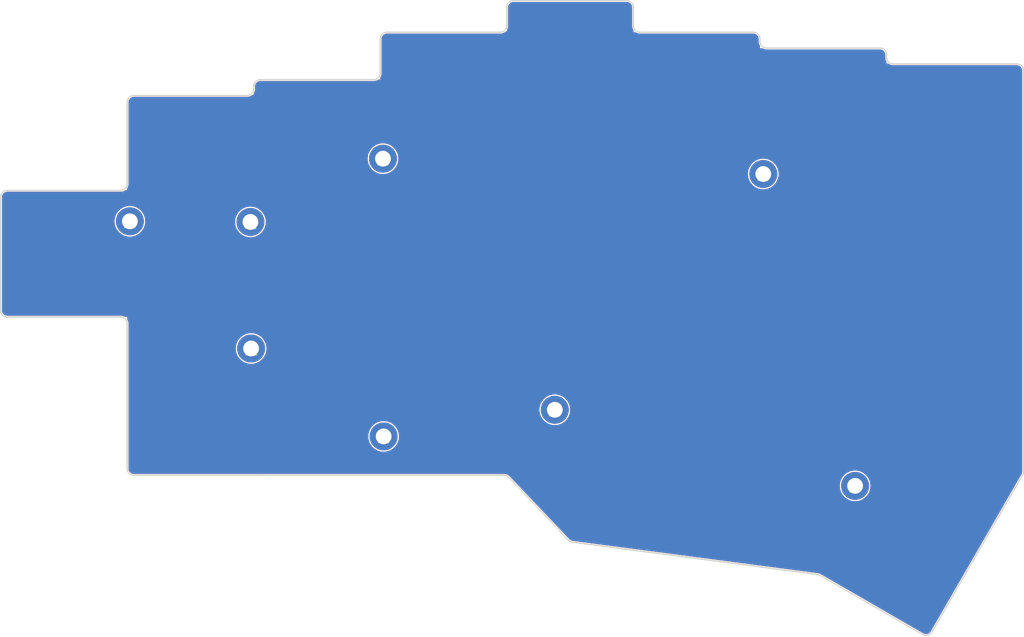
<source format=kicad_pcb>
(kicad_pcb (version 20211014) (generator pcbnew)
  (layers (0 "F.Cu" signal) (31 "B.Cu" signal) (34 "B.Paste" user) (35 "F.Paste" user) (36 "B.SilkS" user "B.Silkscreen") (37 "F.SilkS" user "F.Silkscreen") (38 "B.Mask" user) (39 "F.Mask" user) (44 "Edge.Cuts" user))
  (net 0 "")
  (footprint "kbd:M2_Hole_TH_mod" (layer "F.Cu") (at 71.621463 38.074367)
    (fp_text reference "H4" (at 0 0.5) (layer "F.SilkS"))
    (fp_text value "MountingHole")
    (fp_circle (center 0 0) (end 1.15 0) (layer "Edge.Cuts") (width 0.1) (fill none))
    (pad "" thru_hole circle (at 0 0) (size 4.2 4.2) (drill 2.3) (layers *.Cu *.Mask))
  )
  (footprint "kbd:M2_Hole_TH_mod" (layer "F.Cu") (at 142.507505 87.19918)
    (fp_text reference "H9" (at 0 0.5) (layer "F.SilkS"))
    (fp_text value "MountingHole")
    (fp_circle (center 0 0) (end 1.15 0) (layer "Edge.Cuts") (width 0.1) (fill none))
    (pad "" thru_hole circle (at 0 0) (size 4.2 4.2) (drill 2.3) (layers *.Cu *.Mask))
  )
  (footprint "kbd:M2_Hole_TH_mod" (layer "F.Cu") (at 51.821463 66.574367)
    (fp_text reference "H2" (at 0 0.5) (layer "F.SilkS"))
    (fp_text value "MountingHole")
    (fp_circle (center 0 0) (end 1.15 0) (layer "Edge.Cuts") (width 0.1) (fill none))
    (pad "" thru_hole circle (at 0 0) (size 4.2 4.2) (drill 2.3) (layers *.Cu *.Mask))
  )
  (footprint "kbd:M2_Hole_TH_mod" (layer "F.Cu") (at 128.721463 40.374367)
    (fp_text reference "H8" (at 0 0.5) (layer "F.SilkS"))
    (fp_text value "MountingHole")
    (fp_circle (center 0 0) (end 1.15 0) (layer "Edge.Cuts") (width 0.1) (fill none))
    (pad "" thru_hole circle (at 0 0) (size 4.2 4.2) (drill 2.3) (layers *.Cu *.Mask))
  )
  (footprint "kbd:M2_Hole_TH_mod" (layer "F.Cu") (at 33.621463 47.474367)
    (fp_text reference "H3" (at 0 0.5) (layer "F.SilkS"))
    (fp_text value "MountingHole")
    (fp_circle (center 0 0) (end 1.15 0) (layer "Edge.Cuts") (width 0.1) (fill none))
    (pad "" thru_hole circle (at 0 0) (size 4.2 4.2) (drill 2.3) (layers *.Cu *.Mask))
  )
  (footprint "kbd:M2_Hole_TH_mod" (layer "F.Cu") (at 97.421463 75.774367)
    (fp_text reference "H6" (at 0 0.5) (layer "F.SilkS"))
    (fp_text value "MountingHole")
    (fp_circle (center 0 0) (end 1.15 0) (layer "Edge.Cuts") (width 0.1) (fill none))
    (pad "" thru_hole circle (at 0 0) (size 4.2 4.2) (drill 2.3) (layers *.Cu *.Mask))
  )
  (footprint "kbd:M2_Hole_TH_mod" (layer "F.Cu") (at 51.721463 47.574367)
    (fp_text reference "H1" (at 0 0.5) (layer "F.SilkS"))
    (fp_text value "MountingHole")
    (fp_circle (center 0 0) (end 1.15 0) (layer "Edge.Cuts") (width 0.1) (fill none))
    (pad "" thru_hole circle (at 0 0) (size 4.2 4.2) (drill 2.3) (layers *.Cu *.Mask))
  )
  (footprint "kbd:M2_Hole_TH_mod" (layer "F.Cu") (at 71.721463 79.774367)
    (fp_text reference "H5" (at 0 0.5) (layer "F.SilkS"))
    (fp_text value "MountingHole")
    (fp_circle (center 0 0) (end 1.15 0) (layer "Edge.Cuts") (width 0.1) (fill none))
    (pad "" thru_hole circle (at 0 0) (size 4.2 4.2) (drill 2.3) (layers *.Cu *.Mask))
  )
  (gr_arc (start 154.028536 109.150633) (mid 153.42133 109.616559) (end 152.662511 109.516658) (layer "Edge.Cuts") (width 0.2))
  (gr_line (start 89.796623 85.599366) (end 53.221463 85.599366) (layer "Edge.Cuts") (width 0.2))
  (gr_line (start 109.221463 15.349368) (end 109.221463 18.099367) (layer "Edge.Cuts") (width 0.2))
  (gr_arc (start 89.796623 85.599367) (mid 90.187009 85.679623) (end 90.514076 85.907372) (layer "Edge.Cuts") (width 0.2))
  (gr_line (start 129.221463 21.474367) (end 146.221463 21.474368) (layer "Edge.Cuts") (width 0.2))
  (gr_arc (start 34.211068 85.599367) (mid 33.511312 85.309518) (end 33.221463 84.609762) (layer "Edge.Cuts") (width 0.2))
  (gr_line (start 148.221463 23.849368) (end 166.778537 23.849368) (layer "Edge.Cuts") (width 0.2))
  (gr_line (start 52.221463 27.599368) (end 52.221463 27.224367) (layer "Edge.Cuts") (width 0.2))
  (gr_arc (start 90.221463 15.349368) (mid 90.514356 14.642261) (end 91.221463 14.349368) (layer "Edge.Cuts") (width 0.2))
  (gr_line (start 72.221463 19.099367) (end 89.221463 19.099368) (layer "Edge.Cuts") (width 0.2))
  (gr_line (start 167.778537 24.849368) (end 167.778537 85.066985) (layer "Edge.Cuts") (width 0.2))
  (gr_arc (start 167.778537 85.066985) (mid 167.744463 85.325804) (end 167.644562 85.566985) (layer "Edge.Cuts") (width 0.2))
  (gr_line (start 53.221463 26.224368) (end 70.221463 26.224368) (layer "Edge.Cuts") (width 0.2))
  (gr_line (start 15.221464 42.849368) (end 32.221465 42.849368) (layer "Edge.Cuts") (width 0.2))
  (gr_line (start 167.644562 85.566985) (end 154.028537 109.150633) (layer "Edge.Cuts") (width 0.2))
  (gr_line (start 14.221465 60.849368) (end 14.221465 43.849369) (layer "Edge.Cuts") (width 0.2))
  (gr_line (start 33.221463 84.609762) (end 33.221463 62.849367) (layer "Edge.Cuts") (width 0.2))
  (gr_line (start 71.221463 25.224368) (end 71.221463 20.099368) (layer "Edge.Cuts") (width 0.2))
  (gr_line (start 33.221463 41.849368) (end 33.221464 29.599368) (layer "Edge.Cuts") (width 0.2))
  (gr_arc (start 33.221463 41.849368) (mid 32.92857 42.556473) (end 32.221464 42.849367) (layer "Edge.Cuts") (width 0.2))
  (gr_arc (start 127.221463 19.099367) (mid 127.92857 19.39226) (end 128.221463 20.099367) (layer "Edge.Cuts") (width 0.2))
  (gr_arc (start 148.221463 23.849368) (mid 147.514356 23.556475) (end 147.221463 22.849368) (layer "Edge.Cuts") (width 0.2))
  (gr_arc (start 129.221463 21.474367) (mid 128.514356 21.181474) (end 128.221463 20.474367) (layer "Edge.Cuts") (width 0.2))
  (gr_arc (start 108.221463 14.349368) (mid 108.92857 14.642261) (end 109.221463 15.349368) (layer "Edge.Cuts") (width 0.2))
  (gr_line (start 152.662511 109.516658) (end 137.244527 100.615081) (layer "Edge.Cuts") (width 0.2))
  (gr_arc (start 14.221465 43.849369) (mid 14.514358 43.142262) (end 15.221464 42.849368) (layer "Edge.Cuts") (width 0.2))
  (gr_line (start 147.221463 22.474368) (end 147.221463 22.849368) (layer "Edge.Cuts") (width 0.2))
  (gr_arc (start 71.221463 25.224368) (mid 70.92857 25.931475) (end 70.221463 26.224368) (layer "Edge.Cuts") (width 0.2))
  (gr_arc (start 52.221463 27.599368) (mid 51.92857 28.306474) (end 51.221463 28.599368) (layer "Edge.Cuts") (width 0.2))
  (gr_line (start 53.221463 85.599366) (end 34.211068 85.599366) (layer "Edge.Cuts") (width 0.2))
  (gr_line (start 110.221463 19.099367) (end 127.221463 19.099367) (layer "Edge.Cuts") (width 0.2))
  (gr_line (start 90.221463 18.099368) (end 90.221463 15.349368) (layer "Edge.Cuts") (width 0.2))
  (gr_line (start 128.221463 20.099367) (end 128.221463 20.474367) (layer "Edge.Cuts") (width 0.2))
  (gr_line (start 32.221464 61.849368) (end 15.221464 61.849368) (layer "Edge.Cuts") (width 0.2))
  (gr_line (start 99.480311 95.345258) (end 90.514076 85.907372) (layer "Edge.Cuts") (width 0.2))
  (gr_arc (start 110.221462 19.099368) (mid 109.514356 18.806474) (end 109.221463 18.099367) (layer "Edge.Cuts") (width 0.2))
  (gr_arc (start 33.221464 29.599368) (mid 33.514357 28.892261) (end 34.221464 28.599368) (layer "Edge.Cuts") (width 0.2))
  (gr_arc (start 52.221463 27.224368) (mid 52.514356 26.517261) (end 53.221463 26.224368) (layer "Edge.Cuts") (width 0.2))
  (gr_arc (start 166.778537 23.849368) (mid 167.485644 24.142261) (end 167.778537 24.849368) (layer "Edge.Cuts") (width 0.2))
  (gr_arc (start 32.221463 61.849367) (mid 32.928569 62.14226) (end 33.221463 62.849367) (layer "Edge.Cuts") (width 0.2))
  (gr_line (start 91.221463 14.349368) (end 108.221463 14.349368) (layer "Edge.Cuts") (width 0.2))
  (gr_arc (start 15.221464 61.849367) (mid 14.514358 61.556474) (end 14.221465 60.849368) (layer "Edge.Cuts") (width 0.2))
  (gr_arc (start 136.878894 100.490965) (mid 137.067823 100.535017) (end 137.244527 100.615081) (layer "Edge.Cuts") (width 0.2))
  (gr_arc (start 146.221463 21.474368) (mid 146.92857 21.767261) (end 147.221463 22.474368) (layer "Edge.Cuts") (width 0.2))
  (gr_arc (start 90.221463 18.099368) (mid 89.92857 18.806475) (end 89.221463 19.099368) (layer "Edge.Cuts") (width 0.2))
  (gr_line (start 34.221464 28.599368) (end 51.221463 28.599368) (layer "Edge.Cuts") (width 0.2))
  (gr_line (start 136.878894 100.490965) (end 100.068595 95.644797) (layer "Edge.Cuts") (width 0.2))
  (gr_arc (start 71.221462 20.099368) (mid 71.514356 19.392261) (end 72.221463 19.099367) (layer "Edge.Cuts") (width 0.2))
  (gr_arc (start 100.068595 95.644797) (mid 99.748739 95.545528) (end 99.480311 95.345258) (layer "Edge.Cuts") (width 0.2))
  (zone (net 0) (net_name "") (layers F&B.Cu) (priority 1) (connect_pads (clearance 0.2)) (min_thickness 0.25) (fill yes (thermal_gap 0.5) (thermal_bridge_width 0.5))
    (polygon (pts (xy 109.221463 19.104952) (xy 128.221463 19.104952) (xy 128.221463 21.504952) (xy 147.221463 21.504952) (xy 147.221463 23.804952) (xy 167.721463 23.804952) (xy 167.821463 85.204952) (xy 153.421463 109.904952) (xy 137.021463 100.504952) (xy 99.721463 95.504952) (xy 90.121463 85.504952) (xy 33.221463 85.604952) (xy 33.221463 61.804952) (xy 14.121463 61.804952) (xy 14.221463 42.904952) (xy 33.221463 42.804952) (xy 33.221463 28.504952) (xy 52.221463 28.504952) (xy 52.221463 26.204952) (xy 71.221463 26.204952) (xy 71.221463 19.004952) (xy 90.221463 19.004952) (xy 90.221463 14.304952) (xy 109.221463 14.304952)))
  )
)
</source>
